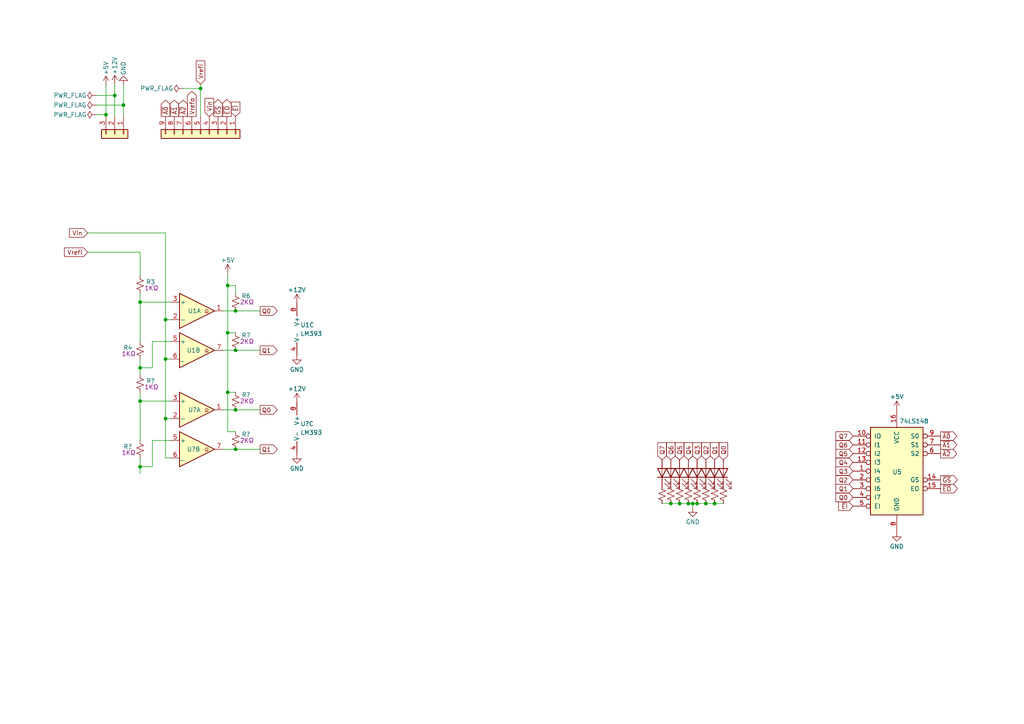
<source format=kicad_sch>
(kicad_sch (version 20211123) (generator eeschema)
  (paper "A4")
  (lib_symbols
    (symbol "74xx:74LS148" (pin_names (offset 1.016))
      (property "Reference" "U" (at -7.62 13.97 0))
      (property "Value" "74LS148" (at -7.62 -13.97 0))
      (symbol "74LS148_1_0"
        (pin input inverted (at -12.7 0 0) (length 5.08) (name "I4") (number "1"))
        (pin input inverted (at -12.7 10.16 0) (length 5.08) (name "IO") (number "10"))
        (pin input inverted (at -12.7 7.62 0) (length 5.08) (name "I1") (number "11"))
        (pin input inverted (at -12.7 5.08 0) (length 5.08) (name "I2") (number "12"))
        (pin input inverted (at -12.7 2.54 0) (length 5.08) (name "I3") (number "13"))
        (pin output inverted (at 12.7 -2.54 180) (length 5.08) (name "GS") (number "14"))
        (pin output inverted (at 12.7 -5.08 180) (length 5.08) (name "EO") (number "15"))
        (pin power_in line (at 0 17.78 270) (length 5.08) (name "VCC") (number "16"))
        (pin input inverted (at -12.7 -2.54 0) (length 5.08) (name "I5") (number "2"))
        (pin input inverted (at -12.7 -5.08 0) (length 5.08) (name "I6") (number "3"))
        (pin input inverted (at -12.7 -7.62 0) (length 5.08) (name "I7") (number "4"))
        (pin input inverted (at -12.7 -10.16 0) (length 5.08) (name "EI") (number "5"))
        (pin output inverted (at 12.7 5.08 180) (length 5.08) (name "S2") (number "6"))
        (pin output inverted (at 12.7 7.62 180) (length 5.08) (name "S1") (number "7"))
        (pin power_in line (at 0 -17.78 90) (length 5.08) (name "GND") (number "8"))
        (pin output inverted (at 12.7 10.16 180) (length 5.08) (name "S0") (number "9"))
      )
      (symbol "74LS148_1_1"
        (rectangle (start -7.62 12.7) (end 7.62 -12.7) (stroke (width 0.254)) (fill (type background)))
      )
    )
    (symbol "Comparator:LM393" (pin_names (offset 0.127))
      (property "Reference" "U" (at 3.81 3.81 0))
      (property "Value" "LM393" (at 6.35 -3.81 0))
      (symbol "LM393_1_1"
        (polyline (pts (xy -5.08 5.08) (xy 5.08 0) (xy -5.08 -5.08) (xy -5.08 5.08)) (stroke (width 0.254)) (fill (type background)))
        (polyline (pts (xy 3.302 -0.508) (xy 2.794 -0.508) (xy 3.302 0) (xy 2.794 0.508) (xy 2.286 0) (xy 2.794 -0.508) (xy 2.286 -0.508)) (stroke (width 0.127)))
        (pin open_collector line (at 7.62 0 180) (length 2.54) (name "~") (number "1"))
        (pin input line (at -7.62 -2.54 0) (length 2.54) (name "-") (number "2"))
        (pin input line (at -7.62 2.54 0) (length 2.54) (name "+") (number "3"))
      )
      (symbol "LM393_2_1"
        (polyline (pts (xy -5.08 5.08) (xy 5.08 0) (xy -5.08 -5.08) (xy -5.08 5.08)) (stroke (width 0.254)) (fill (type background)))
        (polyline (pts (xy 3.302 -0.508) (xy 2.794 -0.508) (xy 3.302 0) (xy 2.794 0.508) (xy 2.286 0) (xy 2.794 -0.508) (xy 2.286 -0.508)) (stroke (width 0.127)))
        (pin input line (at -7.62 2.54 0) (length 2.54) (name "+") (number "5"))
        (pin input line (at -7.62 -2.54 0) (length 2.54) (name "_") (number "6"))
        (pin open_collector line (at 7.62 0 180) (length 2.54) (name "~") (number "7"))
      )
      (symbol "LM393_3_1"
        (pin power_in line (at -2.54 -7.62 90) (length 3.81) (name "V-") (number "4"))
        (pin power_in line (at -2.54 7.62 270) (length 3.81) (name "V+") (number "8"))
      )
    )
    (symbol "Connector_Generic:Conn_01x03" (pin_names (offset 1.016) hide)
      (property "Reference" "J" (at 0 5.08 0))
      (property "Value" "Conn_01x03" (at 0 -5.08 0))
      (symbol "Conn_01x03_1_1"
        (rectangle (start -1.27 -2.413) (end 0 -2.667) (stroke (width 0.1524)))
        (rectangle (start -1.27 0.127) (end 0 -0.127) (stroke (width 0.1524)))
        (rectangle (start -1.27 2.667) (end 0 2.413) (stroke (width 0.1524)))
        (rectangle (start -1.27 3.81) (end 1.27 -3.81) (stroke (width 0.254)) (fill (type background)))
        (pin passive line (at -5.08 2.54 0) (length 3.81) (name "Pin_1") (number "1"))
        (pin passive line (at -5.08 0 0) (length 3.81) (name "Pin_2") (number "2"))
        (pin passive line (at -5.08 -2.54 0) (length 3.81) (name "Pin_3") (number "3"))
      )
    )
    (symbol "Connector_Generic:Conn_01x09" (pin_names (offset 1.016) hide)
      (property "Reference" "J" (at 0 12.7 0))
      (property "Value" "Conn_01x09" (at 0 -12.7 0))
      (symbol "Conn_01x09_1_1"
        (rectangle (start -1.27 -10.033) (end 0 -10.287) (stroke (width 0.1524)))
        (rectangle (start -1.27 -7.493) (end 0 -7.747) (stroke (width 0.1524)))
        (rectangle (start -1.27 -4.953) (end 0 -5.207) (stroke (width 0.1524)))
        (rectangle (start -1.27 -2.413) (end 0 -2.667) (stroke (width 0.1524)))
        (rectangle (start -1.27 0.127) (end 0 -0.127) (stroke (width 0.1524)))
        (rectangle (start -1.27 2.667) (end 0 2.413) (stroke (width 0.1524)))
        (rectangle (start -1.27 5.207) (end 0 4.953) (stroke (width 0.1524)))
        (rectangle (start -1.27 7.747) (end 0 7.493) (stroke (width 0.1524)))
        (rectangle (start -1.27 10.287) (end 0 10.033) (stroke (width 0.1524)))
        (rectangle (start -1.27 11.43) (end 1.27 -11.43) (stroke (width 0.254)) (fill (type background)))
        (pin passive line (at -5.08 10.16 0) (length 3.81) (name "Pin_1") (number "1"))
        (pin passive line (at -5.08 7.62 0) (length 3.81) (name "Pin_2") (number "2"))
        (pin passive line (at -5.08 5.08 0) (length 3.81) (name "Pin_3") (number "3"))
        (pin passive line (at -5.08 2.54 0) (length 3.81) (name "Pin_4") (number "4"))
        (pin passive line (at -5.08 0 0) (length 3.81) (name "Pin_5") (number "5"))
        (pin passive line (at -5.08 -2.54 0) (length 3.81) (name "Pin_6") (number "6"))
        (pin passive line (at -5.08 -5.08 0) (length 3.81) (name "Pin_7") (number "7"))
        (pin passive line (at -5.08 -7.62 0) (length 3.81) (name "Pin_8") (number "8"))
        (pin passive line (at -5.08 -10.16 0) (length 3.81) (name "Pin_9") (number "9"))
      )
    )
    (symbol "Device:LED" (pin_numbers hide) (pin_names (offset 1.016) hide)
      (property "Reference" "D" (at 0 2.54 0))
      (property "Value" "LED" (at 0 -2.54 0))
      (symbol "LED_0_1"
        (polyline (pts (xy -1.27 -1.27) (xy -1.27 1.27)) (stroke (width 0.254)))
        (polyline (pts (xy -1.27 0) (xy 1.27 0)))
        (polyline (pts (xy 1.27 -1.27) (xy 1.27 1.27) (xy -1.27 0) (xy 1.27 -1.27)) (stroke (width 0.254)))
        (polyline (pts (xy -3.048 -0.762) (xy -4.572 -2.286) (xy -3.81 -2.286) (xy -4.572 -2.286) (xy -4.572 -1.524)))
        (polyline (pts (xy -1.778 -0.762) (xy -3.302 -2.286) (xy -2.54 -2.286) (xy -3.302 -2.286) (xy -3.302 -1.524)))
      )
      (symbol "LED_1_1"
        (pin passive line (at -3.81 0 0) (length 2.54) (name "K") (number "1"))
        (pin passive line (at 3.81 0 180) (length 2.54) (name "A") (number "2"))
      )
    )
    (symbol "Device:R_Small_US" (pin_numbers hide) (pin_names (offset 0.254) hide)
      (property "Reference" "R" (at 0.762 0.508 0))
      (property "Value" "R_Small_US" (at 0.762 -1.016 0))
      (symbol "R_Small_US_1_1"
        (polyline (pts (xy 0 0) (xy 1.016 -0.381) (xy 0 -0.762) (xy -1.016 -1.143) (xy 0 -1.524)))
        (polyline (pts (xy 0 1.524) (xy 1.016 1.143) (xy 0 0.762) (xy -1.016 0.381) (xy 0 0)))
        (pin passive line (at 0 2.54 270) (length 1.016) (name "~") (number "1"))
        (pin passive line (at 0 -2.54 90) (length 1.016) (name "~") (number "2"))
      )
    )
    (symbol "power:+12V" (power) (pin_names (offset 0))
      (property "Value" "+12V" (at 0 3.556 0))
      (symbol "+12V_0_1"
        (polyline (pts (xy -0.762 1.27) (xy 0 2.54)))
        (polyline (pts (xy 0 0) (xy 0 2.54)))
        (polyline (pts (xy 0 2.54) (xy 0.762 1.27)))
      )
      (symbol "+12V_1_1"
        (pin power_in line (at 0 0 90) (length 0) hide (name "+12V") (number "1"))
      )
    )
    (symbol "power:+5V" (power) (pin_names (offset 0))
      (property "Value" "+5V" (at 0 3.556 0))
      (symbol "+5V_0_1"
        (polyline (pts (xy -0.762 1.27) (xy 0 2.54)))
        (polyline (pts (xy 0 0) (xy 0 2.54)))
        (polyline (pts (xy 0 2.54) (xy 0.762 1.27)))
      )
      (symbol "+5V_1_1"
        (pin power_in line (at 0 0 90) (length 0) hide (name "+5V") (number "1"))
      )
    )
    (symbol "power:GND" (power) (pin_names (offset 0))
      (property "Value" "GND" (at 0 -3.81 0))
      (symbol "GND_0_1"
        (polyline (pts (xy 0 0) (xy 0 -1.27) (xy 1.27 -1.27) (xy 0 -2.54) (xy -1.27 -1.27) (xy 0 -1.27)))
      )
      (symbol "GND_1_1"
        (pin power_in line (at 0 0 270) (length 0) hide (name "GND") (number "1"))
      )
    )
    (symbol "power:PWR_FLAG" (power) (pin_numbers hide) (pin_names (offset 0) hide)
      (property "Value" "PWR_FLAG" (at 0 3.81 0))
      (symbol "PWR_FLAG_0_0"
        (pin power_out line (at 0 0 90) (length 0) (name "pwr") (number "1"))
      )
      (symbol "PWR_FLAG_0_1"
        (polyline (pts (xy 0 0) (xy 0 1.27) (xy -1.016 1.905) (xy 0 2.54) (xy 1.016 1.905) (xy 0 1.27)))
      )
    )
  )
  (junction (at 35.814 30.48))
  (junction (at 48.006 121.412))
  (junction (at 40.64 116.332))
  (junction (at 40.64 135.382))
  (junction (at 40.64 106.68))
  (junction (at 40.64 87.63))
  (junction (at 68.326 90.17))
  (junction (at 58.166 25.654))
  (junction (at 68.326 130.302))
  (junction (at 68.326 101.6))
  (junction (at 66.04 82.804))
  (junction (at 33.274 27.686))
  (junction (at 66.04 96.52))
  (junction (at 197.104 146.05))
  (junction (at 68.326 118.872))
  (junction (at 66.04 113.792))
  (junction (at 30.734 33.274))
  (junction (at 207.264 146.05))
  (junction (at 48.006 104.14))
  (junction (at 194.564 146.05))
  (junction (at 199.644 146.05))
  (junction (at 204.724 146.05))
  (junction (at 48.006 92.71))
  (junction (at 200.914 146.05))
  (junction (at 202.184 146.05))
  (wire (pts (xy 44.196 106.68) (xy 40.64 106.68)))
  (wire (pts (xy 66.04 79.248) (xy 66.04 82.804)))
  (wire (pts (xy 48.006 67.564) (xy 48.006 92.71)))
  (wire (pts (xy 200.914 146.05) (xy 202.184 146.05)))
  (wire (pts (xy 25.4 67.564) (xy 48.006 67.564)))
  (wire (pts (xy 68.326 118.872) (xy 75.438 118.872)))
  (wire (pts (xy 68.326 113.792) (xy 66.04 113.792)))
  (wire (pts (xy 25.4 73.152) (xy 40.64 73.152)))
  (wire (pts (xy 64.77 101.6) (xy 68.326 101.6)))
  (wire (pts (xy 192.024 146.05) (xy 194.564 146.05)))
  (wire (pts (xy 66.04 82.804) (xy 68.326 82.804)))
  (wire (pts (xy 40.64 116.332) (xy 49.53 116.332)))
  (wire (pts (xy 49.53 99.06) (xy 44.196 99.06)))
  (wire (pts (xy 40.64 132.842) (xy 40.64 135.382)))
  (wire (pts (xy 204.724 146.05) (xy 207.264 146.05)))
  (wire (pts (xy 68.326 90.17) (xy 75.438 90.17)))
  (wire (pts (xy 200.914 147.32) (xy 200.914 146.05)))
  (wire (pts (xy 40.64 85.09) (xy 40.64 87.63)))
  (wire (pts (xy 194.564 146.05) (xy 197.104 146.05)))
  (wire (pts (xy 40.64 116.332) (xy 40.64 127.762)))
  (wire (pts (xy 30.734 33.274) (xy 30.734 33.782)))
  (wire (pts (xy 66.04 125.222) (xy 68.326 125.222)))
  (wire (pts (xy 40.64 106.68) (xy 40.64 108.712)))
  (wire (pts (xy 53.086 25.654) (xy 58.166 25.654)))
  (wire (pts (xy 48.006 121.412) (xy 48.006 132.842)))
  (wire (pts (xy 40.64 87.63) (xy 49.53 87.63)))
  (wire (pts (xy 40.64 113.792) (xy 40.64 116.332)))
  (wire (pts (xy 35.814 24.638) (xy 35.814 30.48)))
  (wire (pts (xy 49.53 92.71) (xy 48.006 92.71)))
  (wire (pts (xy 68.326 101.6) (xy 75.438 101.6)))
  (wire (pts (xy 35.814 30.48) (xy 35.814 33.782)))
  (wire (pts (xy 197.104 146.05) (xy 199.644 146.05)))
  (wire (pts (xy 30.734 24.638) (xy 30.734 33.274)))
  (wire (pts (xy 64.77 90.17) (xy 68.326 90.17)))
  (wire (pts (xy 58.166 25.654) (xy 58.166 33.782)))
  (wire (pts (xy 68.326 82.804) (xy 68.326 85.09)))
  (wire (pts (xy 40.64 87.63) (xy 40.64 99.06)))
  (wire (pts (xy 68.326 130.302) (xy 75.438 130.302)))
  (wire (pts (xy 40.64 135.382) (xy 40.64 137.414)))
  (wire (pts (xy 48.006 104.14) (xy 49.53 104.14)))
  (wire (pts (xy 64.77 130.302) (xy 68.326 130.302)))
  (wire (pts (xy 49.53 127.762) (xy 44.196 127.762)))
  (wire (pts (xy 66.04 113.792) (xy 66.04 96.52)))
  (wire (pts (xy 199.644 146.05) (xy 200.914 146.05)))
  (wire (pts (xy 66.04 96.52) (xy 68.326 96.52)))
  (wire (pts (xy 66.04 113.792) (xy 66.04 125.222)))
  (wire (pts (xy 44.196 99.06) (xy 44.196 106.68)))
  (wire (pts (xy 48.006 92.71) (xy 48.006 104.14)))
  (wire (pts (xy 49.53 121.412) (xy 48.006 121.412)))
  (wire (pts (xy 44.196 127.762) (xy 44.196 135.382)))
  (wire (pts (xy 30.734 33.274) (xy 27.94 33.274)))
  (wire (pts (xy 202.184 146.05) (xy 204.724 146.05)))
  (wire (pts (xy 66.04 82.804) (xy 66.04 96.52)))
  (wire (pts (xy 27.94 30.48) (xy 35.814 30.48)))
  (wire (pts (xy 48.006 132.842) (xy 49.53 132.842)))
  (wire (pts (xy 40.64 104.14) (xy 40.64 106.68)))
  (wire (pts (xy 27.94 27.686) (xy 33.274 27.686)))
  (wire (pts (xy 40.64 73.152) (xy 40.64 80.01)))
  (wire (pts (xy 64.77 118.872) (xy 68.326 118.872)))
  (wire (pts (xy 33.274 24.384) (xy 33.274 27.686)))
  (wire (pts (xy 48.006 104.14) (xy 48.006 121.412)))
  (wire (pts (xy 33.274 27.686) (xy 33.274 33.782)))
  (wire (pts (xy 207.264 146.05) (xy 209.804 146.05)))
  (wire (pts (xy 44.196 135.382) (xy 40.64 135.382)))
  (wire (pts (xy 58.166 24.384) (xy 58.166 25.654)))
  (global_label "Q1" (shape input) (at 207.264 133.35 90) (property "Intersheet References" "${INTERSHEET_REFS}" (effects hide)))
  (global_label "~{A2}" (shape output) (at 53.086 33.782 90) (property "Intersheet References" "${INTERSHEET_REFS}" (effects hide)))
  (global_label "Q6" (shape input) (at 194.564 133.35 90) (property "Intersheet References" "${INTERSHEET_REFS}" (effects hide)))
  (global_label "Q5" (shape input) (at 247.396 131.572 180) (property "Intersheet References" "${INTERSHEET_REFS}" (effects hide)))
  (global_label "Vrefi" (shape input) (at 25.4 73.152 180) (property "Intersheet References" "${INTERSHEET_REFS}" (effects hide)))
  (global_label "Q0" (shape output) (at 75.438 90.17 0) (property "Intersheet References" "${INTERSHEET_REFS}" (effects hide)))
  (global_label "Vin" (shape input) (at 25.4 67.564 180) (property "Intersheet References" "${INTERSHEET_REFS}" (effects hide)))
  (global_label "Q1" (shape output) (at 75.438 130.302 0) (property "Intersheet References" "${INTERSHEET_REFS}" (effects hide)))
  (global_label "Q0" (shape output) (at 75.438 118.872 0) (property "Intersheet References" "${INTERSHEET_REFS}" (effects hide)))
  (global_label "~{A0}" (shape output) (at 48.006 33.782 90) (property "Intersheet References" "${INTERSHEET_REFS}" (effects hide)))
  (global_label "~{EO}" (shape output) (at 272.796 141.732 0) (property "Intersheet References" "${INTERSHEET_REFS}" (effects hide)))
  (global_label "Q0" (shape input) (at 209.804 133.35 90) (property "Intersheet References" "${INTERSHEET_REFS}" (effects hide)))
  (global_label "~{A0}" (shape output) (at 272.796 126.492 0) (property "Intersheet References" "${INTERSHEET_REFS}" (effects hide)))
  (global_label "~{A1}" (shape output) (at 50.546 33.782 90) (property "Intersheet References" "${INTERSHEET_REFS}" (effects hide)))
  (global_label "Vrefi" (shape input) (at 58.166 24.384 90) (property "Intersheet References" "${INTERSHEET_REFS}" (effects hide)))
  (global_label "Q2" (shape input) (at 247.396 139.192 180) (property "Intersheet References" "${INTERSHEET_REFS}" (effects hide)))
  (global_label "~{EI}" (shape input) (at 68.326 33.782 90) (property "Intersheet References" "${INTERSHEET_REFS}" (effects hide)))
  (global_label "Q4" (shape input) (at 199.644 133.35 90) (property "Intersheet References" "${INTERSHEET_REFS}" (effects hide)))
  (global_label "Q7" (shape input) (at 247.396 126.492 180) (property "Intersheet References" "${INTERSHEET_REFS}" (effects hide)))
  (global_label "~{GS}" (shape output) (at 272.796 139.192 0) (property "Intersheet References" "${INTERSHEET_REFS}" (effects hide)))
  (global_label "~{GS}" (shape output) (at 63.246 33.782 90) (property "Intersheet References" "${INTERSHEET_REFS}" (effects hide)))
  (global_label "Q0" (shape input) (at 247.396 144.272 180) (property "Intersheet References" "${INTERSHEET_REFS}" (effects hide)))
  (global_label "Vin" (shape input) (at 60.706 33.782 90) (property "Intersheet References" "${INTERSHEET_REFS}" (effects hide)))
  (global_label "Q2" (shape input) (at 204.724 133.35 90) (property "Intersheet References" "${INTERSHEET_REFS}" (effects hide)))
  (global_label "Q5" (shape input) (at 197.104 133.35 90) (property "Intersheet References" "${INTERSHEET_REFS}" (effects hide)))
  (global_label "Q3" (shape input) (at 247.396 136.652 180) (property "Intersheet References" "${INTERSHEET_REFS}" (effects hide)))
  (global_label "Q1" (shape input) (at 247.396 141.732 180) (property "Intersheet References" "${INTERSHEET_REFS}" (effects hide)))
  (global_label "Q6" (shape input) (at 247.396 129.032 180) (property "Intersheet References" "${INTERSHEET_REFS}" (effects hide)))
  (global_label "Q1" (shape output) (at 75.438 101.6 0) (property "Intersheet References" "${INTERSHEET_REFS}" (effects hide)))
  (global_label "~{EO}" (shape output) (at 65.786 33.782 90) (property "Intersheet References" "${INTERSHEET_REFS}" (effects hide)))
  (global_label "Q4" (shape input) (at 247.396 134.112 180) (property "Intersheet References" "${INTERSHEET_REFS}" (effects hide)))
  (global_label "Q3" (shape input) (at 202.184 133.35 90) (property "Intersheet References" "${INTERSHEET_REFS}" (effects hide)))
  (global_label "~{A1}" (shape output) (at 272.796 129.032 0) (property "Intersheet References" "${INTERSHEET_REFS}" (effects hide)))
  (global_label "Q7" (shape input) (at 192.024 133.35 90) (property "Intersheet References" "${INTERSHEET_REFS}" (effects hide)))
  (global_label "~{A2}" (shape output) (at 272.796 131.572 0) (property "Intersheet References" "${INTERSHEET_REFS}" (effects hide)))
  (global_label "~{EI}" (shape input) (at 247.396 146.812 180) (property "Intersheet References" "${INTERSHEET_REFS}" (effects hide)))
  (global_label "Vrefo" (shape output) (at 55.626 33.782 90) (property "Intersheet References" "${INTERSHEET_REFS}" (effects hide)))
  (symbol (lib_id "Connector_Generic:Conn_01x03") (at 33.274 38.862 270) (unit 1)
    (property "Reference" "J1" (effects hide))
    (property "Value" "Conn_01x03" (effects hide))
    (property "Footprint" "Connector_PinHeader_2.54mm:PinHeader_1x03_P2.54mm_Vertical" (effects hide))
  )
  (symbol (lib_id "power:GND") (at 35.814 24.638 180) (unit 1)
    (property "Reference" "#PWR05" (effects hide))
    (property "Value" "GND" (at 35.814 17.78 90) (effects (justify left)))
  )
  (symbol (lib_id "Device:LED") (at 197.104 137.16 90) (unit 1)
    (property "Reference" "D3" (effects hide))
    (property "Value" "LED" (effects hide))
    (property "Footprint" "LED_SMD:LED_0805_2012Metric" (effects hide))
  )
  (symbol (lib_id "power:+12V") (at 33.274 24.384 0) (unit 1)
    (property "Reference" "#PWR04" (effects hide))
    (property "Value" "+12V" (at 33.274 19.05 90))
  )
  (symbol (lib_id "Comparator:LM393") (at 88.646 95.504 0) (unit 3)
    (property "Reference" "U1" (at 87.122 94.2339 0) (effects (justify left)))
    (property "Value" "LM393" (at 87.122 96.7739 0) (effects (justify left)))
    (property "Footprint" "Package_SO:SOIC-8_3.9x4.9mm_P1.27mm" (effects hide))
    (property "Datasheet" "http://www.ti.com/lit/ds/symlink/lm393.pdf" (effects hide))
  )
  (symbol (lib_id "power:GND") (at 86.106 131.826 0) (unit 1)
    (property "Reference" "#PWR?" (effects hide))
    (property "Value" "GND" (at 86.106 135.89 0))
  )
  (symbol (lib_id "power:GND") (at 200.914 147.32 0) (unit 1)
    (property "Reference" "#PWR07" (effects hide))
    (property "Value" "GND" (at 200.914 151.384 0))
  )
  (symbol (lib_id "power:GND") (at 260.096 154.432 0) (unit 1)
    (property "Reference" "#PWR020" (effects hide))
    (property "Value" "GND" (at 260.096 158.496 0))
  )
  (symbol (lib_id "Comparator:LM393") (at 57.15 130.302 0) (unit 2)
    (property "Reference" "U?" (at 56.134 130.302 0))
    (property "Value" "LM393" (effects hide))
    (property "Footprint" "Package_SO:SOIC-8_3.9x4.9mm_P1.27mm" (effects hide))
    (property "Datasheet" "http://www.ti.com/lit/ds/symlink/lm393.pdf" (effects hide))
  )
  (symbol (lib_id "Device:R_Small_US") (at 40.64 111.252 0) (unit 1)
    (property "Reference" "R?" (at 43.688 110.49 0))
    (property "Value" "R_Small_US" (effects hide))
    (property "Footprint" "Resistor_SMD:R_0805_2012Metric" (effects hide))
    (property "Field4" "1KΩ" (at 43.942 112.268 0))
  )
  (symbol (lib_id "power:+5V") (at 66.04 79.248 0) (unit 1)
    (property "Reference" "#PWR06" (effects hide))
    (property "Value" "+5V" (at 64.008 75.438 0) (effects (justify left)))
  )
  (symbol (lib_id "Device:R_Small_US") (at 68.326 87.63 180) (unit 1)
    (property "Reference" "R6" (at 71.374 85.852 0))
    (property "Value" "R_Small_US" (effects hide))
    (property "Footprint" "Resistor_SMD:R_0805_2012Metric" (effects hide))
    (property "Field4" "2KΩ" (at 71.628 87.63 0))
  )
  (symbol (lib_id "Comparator:LM393") (at 57.15 90.17 0) (unit 1)
    (property "Reference" "U1" (at 56.388 90.17 0))
    (property "Value" "LM393" (effects hide))
    (property "Footprint" "Package_SO:SOIC-8_3.9x4.9mm_P1.27mm" (effects hide))
    (property "Datasheet" "http://www.ti.com/lit/ds/symlink/lm393.pdf" (effects hide))
  )
  (symbol (lib_id "power:+12V") (at 86.106 116.586 0) (unit 1)
    (property "Reference" "#PWR?" (effects hide))
    (property "Value" "+12V" (at 86.106 112.776 0))
  )
  (symbol (lib_id "Device:R_Small_US") (at 207.264 143.51 0) (unit 1)
    (property "Reference" "R13" (effects hide))
    (property "Value" "R_Small_US" (effects hide))
    (property "Footprint" "Resistor_SMD:R_0805_2012Metric" (effects hide))
  )
  (symbol (lib_id "Comparator:LM393") (at 88.646 124.206 0) (unit 3)
    (property "Reference" "U?" (at 87.122 122.9359 0) (effects (justify left)))
    (property "Value" "LM393" (at 87.122 125.4759 0) (effects (justify left)))
    (property "Footprint" "Package_SO:SOIC-8_3.9x4.9mm_P1.27mm" (effects hide))
    (property "Datasheet" "http://www.ti.com/lit/ds/symlink/lm393.pdf" (effects hide))
  )
  (symbol (lib_id "Device:LED") (at 192.024 137.16 90) (unit 1)
    (property "Reference" "D1" (effects hide))
    (property "Value" "LED" (effects hide))
    (property "Footprint" "LED_SMD:LED_0805_2012Metric" (effects hide))
  )
  (symbol (lib_id "74xx:74LS148") (at 260.096 136.652 0) (unit 1)
    (property "Reference" "U5" (at 258.826 136.906 0) (effects (justify left)))
    (property "Value" "74LS148" (at 260.858 122.174 0) (effects (justify left)))
    (property "Footprint" "Package_SO:SOIC-16_3.9x9.9mm_P1.27mm" (effects hide))
    (property "Datasheet" "http://www.ti.com/lit/gpn/sn74LS148" (effects hide))
  )
  (symbol (lib_id "Comparator:LM393") (at 57.15 118.872 0) (unit 1)
    (property "Reference" "U?" (at 56.388 118.872 0))
    (property "Value" "LM393" (effects hide))
    (property "Footprint" "Package_SO:SOIC-8_3.9x4.9mm_P1.27mm" (effects hide))
    (property "Datasheet" "http://www.ti.com/lit/ds/symlink/lm393.pdf" (effects hide))
  )
  (symbol (lib_id "power:PWR_FLAG") (at 27.94 33.274 90) (unit 1)
    (property "Reference" "#FLG03" (effects hide))
    (property "Value" "PWR_FLAG" (at 25.146 33.274 90) (effects (justify left)))
  )
  (symbol (lib_id "power:+5V") (at 260.096 118.872 0) (unit 1)
    (property "Reference" "#PWR019" (effects hide))
    (property "Value" "+5V" (at 258.064 115.062 0) (effects (justify left)))
  )
  (symbol (lib_id "Device:R_Small_US") (at 204.724 143.51 0) (unit 1)
    (property "Reference" "R12" (effects hide))
    (property "Value" "R_Small_US" (effects hide))
    (property "Footprint" "Resistor_SMD:R_0805_2012Metric" (effects hide))
  )
  (symbol (lib_id "power:PWR_FLAG") (at 53.086 25.654 90) (unit 1)
    (property "Reference" "#FLG04" (effects hide))
    (property "Value" "PWR_FLAG" (at 50.292 25.654 90) (effects (justify left)))
  )
  (symbol (lib_id "Device:R_Small_US") (at 192.024 143.51 0) (unit 1)
    (property "Reference" "R5" (effects hide))
    (property "Value" "R_Small_US" (effects hide))
    (property "Footprint" "Resistor_SMD:R_0805_2012Metric" (effects hide))
  )
  (symbol (lib_id "Device:R_Small_US") (at 68.326 116.332 180) (unit 1)
    (property "Reference" "R?" (at 71.374 114.554 0))
    (property "Value" "R_Small_US" (effects hide))
    (property "Footprint" "Resistor_SMD:R_0805_2012Metric" (effects hide))
    (property "Field4" "2KΩ" (at 71.628 116.332 0))
  )
  (symbol (lib_id "power:+12V") (at 86.106 87.884 0) (unit 1)
    (property "Reference" "#PWR010" (effects hide))
    (property "Value" "+12V" (at 86.106 84.074 0))
  )
  (symbol (lib_id "Device:LED") (at 204.724 137.16 90) (unit 1)
    (property "Reference" "D6" (effects hide))
    (property "Value" "LED" (effects hide))
    (property "Footprint" "LED_SMD:LED_0805_2012Metric" (effects hide))
  )
  (symbol (lib_id "Device:LED") (at 194.564 137.16 90) (unit 1)
    (property "Reference" "D2" (effects hide))
    (property "Value" "LED" (effects hide))
    (property "Footprint" "LED_SMD:LED_0805_2012Metric" (effects hide))
  )
  (symbol (lib_id "power:PWR_FLAG") (at 27.94 27.686 90) (unit 1)
    (property "Reference" "#FLG01" (effects hide))
    (property "Value" "PWR_FLAG" (at 25.146 27.686 90) (effects (justify left)))
  )
  (symbol (lib_id "Device:R_Small_US") (at 40.64 101.6 0) (unit 1)
    (property "Reference" "R4" (at 37.084 100.838 0))
    (property "Value" "R_Small_US" (effects hide))
    (property "Footprint" "Resistor_SMD:R_0805_2012Metric" (effects hide))
    (property "Field4" "1KΩ" (at 37.338 102.616 0))
  )
  (symbol (lib_id "Device:LED") (at 199.644 137.16 90) (unit 1)
    (property "Reference" "D4" (effects hide))
    (property "Value" "LED" (effects hide))
    (property "Footprint" "LED_SMD:LED_0805_2012Metric" (effects hide))
  )
  (symbol (lib_id "Device:R_Small_US") (at 209.804 143.51 0) (unit 1)
    (property "Reference" "R14" (effects hide))
    (property "Value" "R_Small_US" (effects hide))
    (property "Footprint" "Resistor_SMD:R_0805_2012Metric" (effects hide))
  )
  (symbol (lib_id "Device:R_Small_US") (at 68.326 99.06 180) (unit 1)
    (property "Reference" "R7" (at 71.374 97.282 0))
    (property "Value" "R_Small_US" (effects hide))
    (property "Footprint" "Resistor_SMD:R_0805_2012Metric" (effects hide))
    (property "Field4" "2KΩ" (at 71.628 99.06 0))
  )
  (symbol (lib_id "Comparator:LM393") (at 57.15 101.6 0) (unit 2)
    (property "Reference" "U1" (at 56.134 101.6 0))
    (property "Value" "LM393" (effects hide))
    (property "Footprint" "Package_SO:SOIC-8_3.9x4.9mm_P1.27mm" (effects hide))
    (property "Datasheet" "http://www.ti.com/lit/ds/symlink/lm393.pdf" (effects hide))
  )
  (symbol (lib_id "Device:R_Small_US") (at 197.104 143.51 0) (unit 1)
    (property "Reference" "R9" (effects hide))
    (property "Value" "R_Small_US" (effects hide))
    (property "Footprint" "Resistor_SMD:R_0805_2012Metric" (effects hide))
  )
  (symbol (lib_id "Device:R_Small_US") (at 202.184 143.51 0) (unit 1)
    (property "Reference" "R11" (effects hide))
    (property "Value" "R_Small_US" (effects hide))
    (property "Footprint" "Resistor_SMD:R_0805_2012Metric" (effects hide))
  )
  (symbol (lib_id "Device:R_Small_US") (at 40.64 82.55 0) (unit 1)
    (property "Reference" "R3" (at 43.688 81.788 0))
    (property "Value" "R_Small_US" (effects hide))
    (property "Footprint" "Resistor_SMD:R_0805_2012Metric" (effects hide))
    (property "Field4" "1KΩ" (at 43.942 83.566 0))
  )
  (symbol (lib_id "Device:R_Small_US") (at 194.564 143.51 0) (unit 1)
    (property "Reference" "R8" (effects hide))
    (property "Value" "R_Small_US" (effects hide))
    (property "Footprint" "Resistor_SMD:R_0805_2012Metric" (effects hide))
  )
  (symbol (lib_id "power:GND") (at 86.106 103.124 0) (unit 1)
    (property "Reference" "#PWR011" (effects hide))
    (property "Value" "GND" (at 86.106 107.188 0))
  )
  (symbol (lib_id "Connector_Generic:Conn_01x09") (at 58.166 38.862 270) (unit 1)
    (property "Reference" "J2" (effects hide))
    (property "Value" "Conn_01x09" (effects hide))
    (property "Footprint" "Connector_PinHeader_2.54mm:PinHeader_1x09_P2.54mm_Vertical" (effects hide))
  )
  (symbol (lib_id "Device:R_Small_US") (at 199.644 143.51 0) (unit 1)
    (property "Reference" "R10" (effects hide))
    (property "Value" "R_Small_US" (effects hide))
    (property "Footprint" "Resistor_SMD:R_0805_2012Metric" (effects hide))
  )
  (symbol (lib_id "power:PWR_FLAG") (at 27.94 30.48 90) (unit 1)
    (property "Reference" "#FLG02" (effects hide))
    (property "Value" "PWR_FLAG" (at 25.146 30.48 90) (effects (justify left)))
  )
  (symbol (lib_id "Device:LED") (at 202.184 137.16 90) (unit 1)
    (property "Reference" "D5" (effects hide))
    (property "Value" "LED" (effects hide))
    (property "Footprint" "LED_SMD:LED_0805_2012Metric" (effects hide))
  )
  (symbol (lib_id "Device:LED") (at 207.264 137.16 90) (unit 1)
    (property "Reference" "D7" (effects hide))
    (property "Value" "LED" (effects hide))
    (property "Footprint" "LED_SMD:LED_0805_2012Metric" (effects hide))
  )
  (symbol (lib_id "Device:R_Small_US") (at 40.64 130.302 0) (unit 1)
    (property "Reference" "R?" (at 37.084 129.54 0))
    (property "Value" "R_Small_US" (effects hide))
    (property "Footprint" "Resistor_SMD:R_0805_2012Metric" (effects hide))
    (property "Field4" "1KΩ" (at 37.338 131.318 0))
  )
  (symbol (lib_id "Device:R_Small_US") (at 68.326 127.762 180) (unit 1)
    (property "Reference" "R?" (at 71.374 125.984 0))
    (property "Value" "R_Small_US" (effects hide))
    (property "Footprint" "Resistor_SMD:R_0805_2012Metric" (effects hide))
    (property "Field4" "2KΩ" (at 71.628 127.762 0))
  )
  (symbol (lib_id "power:+5V") (at 30.734 24.638 0) (unit 1)
    (property "Reference" "#PWR01" (effects hide))
    (property "Value" "+5V" (at 30.734 21.844 90) (effects (justify left)))
  )
  (symbol (lib_id "Device:LED") (at 209.804 137.16 90) (unit 1)
    (property "Reference" "D8" (effects hide))
    (property "Value" "LED" (effects hide))
    (property "Footprint" "LED_SMD:LED_0805_2012Metric" (effects hide))
  )
)
</source>
